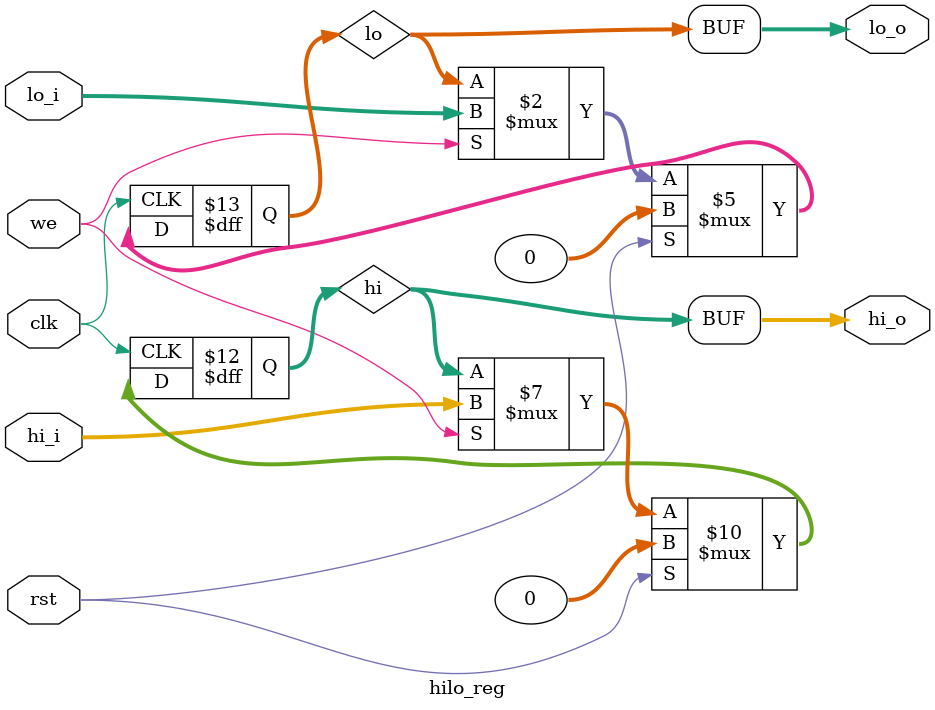
<source format=v>
`timescale 1ns / 1ps


module hilo_reg(
	input  wire clk,rst,we,
	input  wire [31:0] hi_i,lo_i,
	output wire [31:0] hi_o,lo_o
    );
	
	reg [31:0] hi, lo;
	always @(negedge clk) begin
		if(rst) begin
			hi <= 0;
			lo <= 0;
		end else if (we) begin
			hi <= hi_i;
			lo <= lo_i;
		end
	end

	assign hi_o = hi;
	assign lo_o = lo;
endmodule

</source>
